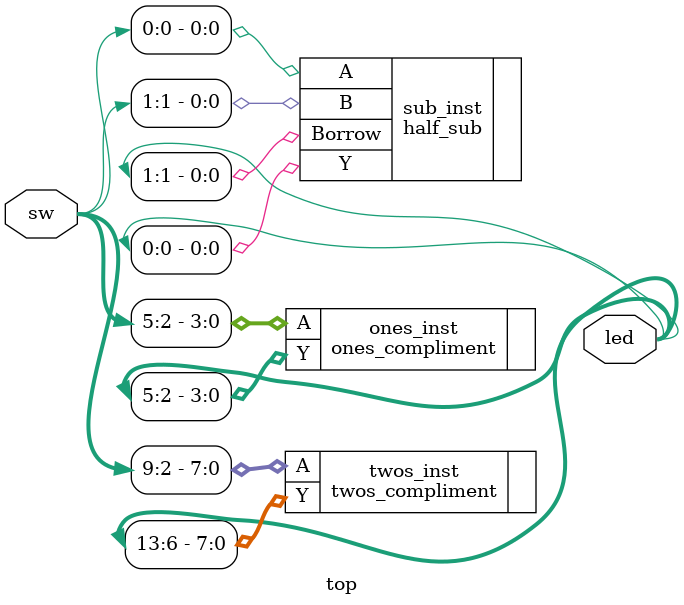
<source format=v>
module top( 
    input [9:0] sw, 
    output [13:0] led 
  ); 
  
    half_sub sub_inst( 
        .A(sw[0]),
        .B(sw[1]),
        .Y(led[0]),
        .Borrow(led[1])
  );
  
    ones_compliment ones_inst( 
        .A(sw[5:2]), 
        .Y(led[5:2])
  );
  
    twos_compliment twos_inst( 
        .A(sw[9:2]), 
        .Y(led[13:6])
  );

endmodule
</source>
